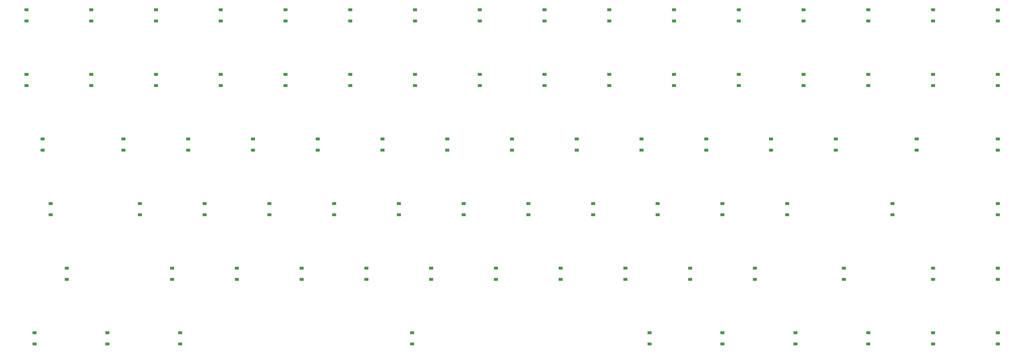
<source format=gbr>
%TF.GenerationSoftware,KiCad,Pcbnew,7.0.1*%
%TF.CreationDate,2023-03-28T18:38:33-04:00*%
%TF.ProjectId,project,70726f6a-6563-4742-9e6b-696361645f70,rev?*%
%TF.SameCoordinates,Original*%
%TF.FileFunction,Paste,Top*%
%TF.FilePolarity,Positive*%
%FSLAX46Y46*%
G04 Gerber Fmt 4.6, Leading zero omitted, Abs format (unit mm)*
G04 Created by KiCad (PCBNEW 7.0.1) date 2023-03-28 18:38:33*
%MOMM*%
%LPD*%
G01*
G04 APERTURE LIST*
%ADD10R,1.200000X0.900000*%
G04 APERTURE END LIST*
D10*
%TO.C,D14*%
X80808300Y-152020000D03*
X80808300Y-155320000D03*
%TD*%
%TO.C,D40*%
X166527900Y-132970000D03*
X166527900Y-136270000D03*
%TD*%
%TO.C,D58*%
X247479900Y-75820000D03*
X247479900Y-79120000D03*
%TD*%
%TO.C,D74*%
X285582900Y-171070000D03*
X285582900Y-174370000D03*
%TD*%
%TO.C,D67*%
X261771900Y-132970000D03*
X261771900Y-136270000D03*
%TD*%
%TO.C,D34*%
X147479100Y-132970000D03*
X147479100Y-136270000D03*
%TD*%
%TO.C,D42*%
X190333500Y-75820000D03*
X190333500Y-79120000D03*
%TD*%
%TO.C,D33*%
X142716900Y-113920000D03*
X142716900Y-117220000D03*
%TD*%
%TO.C,D8*%
X49854000Y-152020000D03*
X49854000Y-155320000D03*
%TD*%
%TO.C,D21*%
X114138300Y-75820000D03*
X114138300Y-79120000D03*
%TD*%
%TO.C,D64*%
X266528700Y-75820000D03*
X266528700Y-79120000D03*
%TD*%
%TO.C,D73*%
X278439600Y-152020000D03*
X278439600Y-155320000D03*
%TD*%
%TO.C,D77*%
X299869500Y-113920000D03*
X299869500Y-117220000D03*
%TD*%
%TO.C,D35*%
X157003500Y-152020000D03*
X157003500Y-155320000D03*
%TD*%
%TO.C,D46*%
X195101100Y-152020000D03*
X195101100Y-155320000D03*
%TD*%
%TO.C,D3*%
X42710700Y-113920000D03*
X42710700Y-117220000D03*
%TD*%
%TO.C,D19*%
X90332700Y-132970000D03*
X90332700Y-136270000D03*
%TD*%
%TO.C,D9*%
X61759500Y-171070000D03*
X61759500Y-174370000D03*
%TD*%
%TO.C,D81*%
X323680500Y-94870000D03*
X323680500Y-98170000D03*
%TD*%
%TO.C,D25*%
X118905900Y-152020000D03*
X118905900Y-155320000D03*
%TD*%
%TO.C,D70*%
X285582900Y-94870000D03*
X285582900Y-98170000D03*
%TD*%
%TO.C,D18*%
X85570500Y-113920000D03*
X85570500Y-117220000D03*
%TD*%
%TO.C,D10*%
X76040700Y-75820000D03*
X76040700Y-79120000D03*
%TD*%
%TO.C,D79*%
X304631700Y-171070000D03*
X304631700Y-174370000D03*
%TD*%
%TO.C,D44*%
X180814500Y-113920000D03*
X180814500Y-117220000D03*
%TD*%
%TO.C,D52*%
X228431100Y-75820000D03*
X228431100Y-79120000D03*
%TD*%
%TO.C,D51*%
X214149900Y-152020000D03*
X214149900Y-155320000D03*
%TD*%
%TO.C,D55*%
X223674300Y-132970000D03*
X223674300Y-136270000D03*
%TD*%
%TO.C,D32*%
X152241300Y-94870000D03*
X152241300Y-98170000D03*
%TD*%
%TO.C,D75*%
X304626300Y-75820000D03*
X304626300Y-79120000D03*
%TD*%
%TO.C,D1*%
X37943100Y-75820000D03*
X37943100Y-79120000D03*
%TD*%
%TO.C,D49*%
X199863300Y-113920000D03*
X199863300Y-117220000D03*
%TD*%
%TO.C,D37*%
X171284700Y-75820000D03*
X171284700Y-79120000D03*
%TD*%
%TO.C,D54*%
X218912100Y-113920000D03*
X218912100Y-117220000D03*
%TD*%
%TO.C,D28*%
X123668100Y-113920000D03*
X123668100Y-117220000D03*
%TD*%
%TO.C,D48*%
X209387700Y-94870000D03*
X209387700Y-98170000D03*
%TD*%
%TO.C,D31*%
X152235900Y-75820000D03*
X152235900Y-79120000D03*
%TD*%
%TO.C,D71*%
X276058500Y-113920000D03*
X276058500Y-117220000D03*
%TD*%
%TO.C,D80*%
X323675100Y-75820000D03*
X323675100Y-79120000D03*
%TD*%
%TO.C,D17*%
X95094900Y-94870000D03*
X95094900Y-98170000D03*
%TD*%
%TO.C,D16*%
X95089500Y-75820000D03*
X95089500Y-79120000D03*
%TD*%
%TO.C,D39*%
X161765700Y-113920000D03*
X161765700Y-117220000D03*
%TD*%
%TO.C,D45*%
X185576700Y-132970000D03*
X185576700Y-136270000D03*
%TD*%
%TO.C,D69*%
X285577500Y-75820000D03*
X285577500Y-79120000D03*
%TD*%
%TO.C,D13*%
X71283900Y-132970000D03*
X71283900Y-136270000D03*
%TD*%
%TO.C,D11*%
X76046100Y-94870000D03*
X76046100Y-98170000D03*
%TD*%
%TO.C,D5*%
X40329600Y-171070000D03*
X40329600Y-174370000D03*
%TD*%
%TO.C,D38*%
X171290100Y-94870000D03*
X171290100Y-98170000D03*
%TD*%
%TO.C,D50*%
X204625500Y-132970000D03*
X204625500Y-136270000D03*
%TD*%
%TO.C,D22*%
X114143700Y-94870000D03*
X114143700Y-98170000D03*
%TD*%
%TO.C,D20*%
X99857100Y-152020000D03*
X99857100Y-155320000D03*
%TD*%
%TO.C,D29*%
X128430300Y-132970000D03*
X128430300Y-136270000D03*
%TD*%
%TO.C,D60*%
X237960900Y-113920000D03*
X237960900Y-117220000D03*
%TD*%
%TO.C,D30*%
X137954700Y-152020000D03*
X137954700Y-155320000D03*
%TD*%
%TO.C,D82*%
X323680500Y-113920000D03*
X323680500Y-117220000D03*
%TD*%
%TO.C,D2*%
X37948500Y-94870000D03*
X37948500Y-98170000D03*
%TD*%
%TO.C,D23*%
X104619300Y-113920000D03*
X104619300Y-117220000D03*
%TD*%
%TO.C,D26*%
X133187100Y-75820000D03*
X133187100Y-79120000D03*
%TD*%
%TO.C,D66*%
X257009700Y-113920000D03*
X257009700Y-117220000D03*
%TD*%
%TO.C,D36*%
X151447600Y-171070000D03*
X151447600Y-174370000D03*
%TD*%
%TO.C,D53*%
X228436500Y-94870000D03*
X228436500Y-98170000D03*
%TD*%
%TO.C,D56*%
X233198700Y-152020000D03*
X233198700Y-155320000D03*
%TD*%
%TO.C,D62*%
X252247500Y-152020000D03*
X252247500Y-155320000D03*
%TD*%
%TO.C,D83*%
X323680500Y-132970000D03*
X323680500Y-136270000D03*
%TD*%
%TO.C,D65*%
X266534100Y-94870000D03*
X266534100Y-98170000D03*
%TD*%
%TO.C,D84*%
X323680500Y-152020000D03*
X323680500Y-155320000D03*
%TD*%
%TO.C,D59*%
X247485300Y-94870000D03*
X247485300Y-98170000D03*
%TD*%
%TO.C,D43*%
X190338900Y-94870000D03*
X190338900Y-98170000D03*
%TD*%
%TO.C,D68*%
X264153000Y-171070000D03*
X264153000Y-174370000D03*
%TD*%
%TO.C,D12*%
X66521700Y-113920000D03*
X66521700Y-117220000D03*
%TD*%
%TO.C,D7*%
X56997300Y-94870000D03*
X56997300Y-98170000D03*
%TD*%
%TO.C,D24*%
X109381500Y-132970000D03*
X109381500Y-136270000D03*
%TD*%
%TO.C,D41*%
X176052300Y-152020000D03*
X176052300Y-155320000D03*
%TD*%
%TO.C,D27*%
X133192500Y-94870000D03*
X133192500Y-98170000D03*
%TD*%
%TO.C,D76*%
X304631700Y-94870000D03*
X304631700Y-98170000D03*
%TD*%
%TO.C,D78*%
X304631700Y-152020000D03*
X304631700Y-155320000D03*
%TD*%
%TO.C,D15*%
X83189400Y-171070000D03*
X83189400Y-174370000D03*
%TD*%
%TO.C,D61*%
X242723100Y-132970000D03*
X242723100Y-136270000D03*
%TD*%
%TO.C,D57*%
X221293200Y-171070000D03*
X221293200Y-174370000D03*
%TD*%
%TO.C,D85*%
X323680500Y-171070000D03*
X323680500Y-174370000D03*
%TD*%
%TO.C,D4*%
X45091800Y-132970000D03*
X45091800Y-136270000D03*
%TD*%
%TO.C,D47*%
X209382300Y-75820000D03*
X209382300Y-79120000D03*
%TD*%
%TO.C,D63*%
X242723100Y-171070000D03*
X242723100Y-174370000D03*
%TD*%
%TO.C,D6*%
X56991900Y-75820000D03*
X56991900Y-79120000D03*
%TD*%
%TO.C,D72*%
X292726200Y-132970000D03*
X292726200Y-136270000D03*
%TD*%
M02*

</source>
